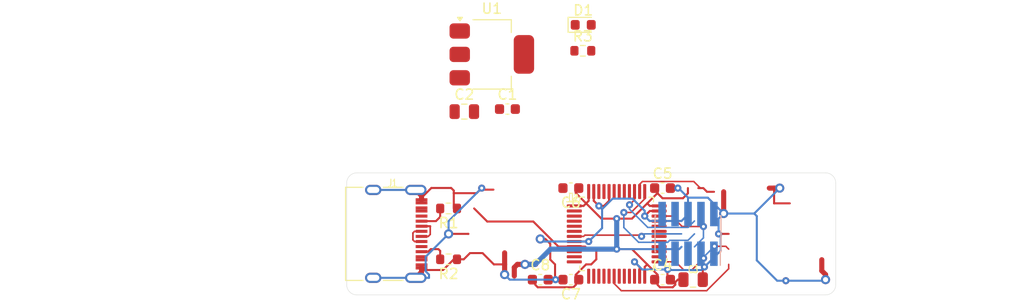
<source format=kicad_pcb>
(kicad_pcb (version 20240108) (generator "pcbnew") (generator_version "8.0")
  (layers (0 "F.Cu" signal "Front") (31 "B.Cu" signal "Back") (34 "B.Paste" user) (35 "F.Paste" user) (36 "B.SilkS" user "B.Silkscreen") (37 "F.SilkS" user "F.Silkscreen") (38 "B.Mask" user) (39 "F.Mask" user) (44 "Edge.Cuts" user))
  (net 0 "")
  (net 1 "gnd")
  (net 2 "usb.gnd")
  (net 3 "usb.conn.cc.cc1")
  (net 4 "usb.conn.cc.cc2")
  (net 5 "led.res.a")
  (net 6 "usb.pwr")
  (net 7 "reg.pwr_out")
  (net 8 "led.signal")
  (net 9 "mcu.ic.osc.xtal_out")
  (net 10 "mcu.reset_node")
  (net 11 "mcu.ic.osc.xtal_in")
  (net 12 "usb.usb.dp")
  (net 13 "usb.usb.dm")
  (net 14 "mcu.swd.tdi")
  (net 15 "v3v3")
  (net 16 "mcu.swd_node.swdio")
  (net 17 "mcu.swd_node.swclk")
  (net 18 "mcu.swd.swo")
  (footprint "Capacitor_SMD:C_0603_1608Metric" (layer "F.Cu") (at 153 52.5)
    (property "Reference" "C8" (at 0 -1.43 0) (layer "F.SilkS"))
    (property "Value" "50V 1uF X5R ±10% 0603 Multilayer Ceramic Capacitors MLCC - SMD/SMT ROHS")
    (fp_line (start -0.14058 -0.51) (end 0.14058 -0.51) (stroke (width 0.12)) (layer "F.SilkS"))
    (fp_line (start -0.14058 0.51) (end 0.14058 0.51) (stroke (width 0.12)) (layer "F.SilkS"))
    (pad "1" smd roundrect (at -0.775 0) (size 0.9 0.95) (layers "F.Cu" "F.Paste" "F.Mask") (net 7 "reg.pwr_out"))
    (pad "2" smd roundrect (at 0.775 0) (size 0.9 0.95) (layers "F.Cu" "F.Paste" "F.Mask") (net 2 "usb.gnd"))
  )
  (footprint "LED_SMD:LED_0603_1608Metric" (layer "F.Cu") (at 157.215 27.45)
    (property "Reference" "D1" (at 0 -1.43 0) (layer "F.SilkS"))
    (property "Value" "Red 615~630nm 1.9~2.2V 0603 Light Emitting Diodes (LED) RoHS")
    (fp_line (start -1.485 -0.735) (end -1.485 0.735) (stroke (width 0.12)) (layer "F.SilkS"))
    (fp_line (start -1.485 0.735) (end 0.8 0.735) (stroke (width 0.12)) (layer "F.SilkS"))
    (fp_line (start 0.8 -0.735) (end -1.485 -0.735) (stroke (width 0.12)) (layer "F.SilkS"))
    (pad "1" smd roundrect (at -0.7875 0) (size 0.875 0.95) (layers "F.Cu" "F.Paste" "F.Mask") (net 5 "led.res.a"))
    (pad "2" smd roundrect (at 0.7875 0) (size 0.875 0.95) (layers "F.Cu" "F.Paste" "F.Mask") (net 8 "led.signal"))
  )
  (footprint "Connector_USB:USB_C_Receptacle_XKB_U262-16XN-4BVC11" (layer "F.Cu") (at 137.675 48 -90)
    (property "Reference" "J1" (at -5 -0.825 180) (layer "F.SilkS") (effects (font (size 0.7 0.5) (thickness 0.1))))
    (property "Value" "COM-15111")
    (fp_line (start -4.58 3.785) (end -4.58 2.08) (stroke (width 0.12)) (layer "F.SilkS"))
    (fp_line (start 4.58 3.785) (end -4.58 3.785) (stroke (width 0.12)) (layer "F.SilkS"))
    (fp_line (start 4.58 2.08) (end 4.58 3.785) (stroke (width 0.12)) (layer "F.SilkS"))
    (fp_line (start 4.58 0.07) (end 4.58 -1.85) (stroke (width 0.12)) (layer "F.SilkS"))
    (fp_line (start -4.58 -1.85) (end -4.58 0.07) (stroke (width 0.12)) (layer "F.SilkS"))
    (pad "" np_thru_hole circle (at -2.89 -2.605 270) (size 0.65 0.65) (drill 0.65) (layers "*.Cu" "*.Mask"))
    (pad "" np_thru_hole circle (at 2.89 -2.605 270) (size 0.65 0.65) (drill 0.65) (layers "*.Cu" "*.Mask"))
    (pad "A1" smd rect (at -3.35 -3.67 270) (size 0.3 1.15) (layers "F.Cu" "F.Paste" "F.Mask") (net 2 "usb.gnd"))
    (pad "A4" smd rect (at -2.55 -3.67 270) (size 0.3 1.15) (layers "F.Cu" "F.Paste" "F.Mask") (net 6 "usb.pwr"))
    (pad "A5" smd rect (at -1.25 -3.67 270) (size 0.3 1.15) (layers "F.Cu" "F.Paste" "F.Mask") (net 3 "usb.conn.cc.cc1"))
    (pad "A6" smd rect (at -0.25 -3.67 270) (size 0.3 1.15) (layers "F.Cu" "F.Paste" "F.Mask") (net 12 "usb.usb.dp"))
    (pad "A7" smd rect (at 0.25 -3.67 270) (size 0.3 1.15) (layers "F.Cu" "F.Paste" "F.Mask") (net 13 "usb.usb.dm"))
    (pad "A8" smd rect (at 1.25 -3.67 270) (size 0.3 1.15) (layers "F.Cu" "F.Paste" "F.Mask"))
    (pad "A9" smd rect (at 2.55 -3.67 270) (size 0.3 1.15) (layers "F.Cu" "F.Paste" "F.Mask") (net 6 "usb.pwr"))
    (pad "A12" smd rect (at 3.35 -3.67 270) (size 0.3 1.15) (layers "F.Cu" "F.Paste" "F.Mask") (net 2 "usb.gnd"))
    (pad "B1" smd rect (at 3.05 -3.67 270) (size 0.3 1.15) (layers "F.Cu" "F.Paste" "F.Mask") (net 2 "usb.gnd"))
    (pad "B4" smd rect (at 2.25 -3.67 270) (size 0.3 1.15) (layers "F.Cu" "F.Paste" "F.Mask") (net 6 "usb.pwr"))
    (pad "B5" smd rect (at 1.75 -3.67 270) (size 0.3 1.15) (layers "F.Cu" "F.Paste" "F.Mask") (net 4 "usb.conn.cc.cc2"))
    (pad "B6" smd rect (at 0.75 -3.67 270) (size 0.3 1.15) (layers "F.Cu" "F.Paste" "F.Mask") (net 12 "usb.usb.dp"))
    (pad "B7" smd rect (at -0.75 -3.67 270) (size 0.3 1.15) (layers "F.Cu" "F.Paste" "F.Mask") (net 13 "usb.usb.dm"))
    (pad "B8" smd rect (at -1.75 -3.67 270) (size 0.3 1.15) (layers "F.Cu" "F.Paste" "F.Mask"))
    (pad "B9" smd rect (at -2.25 -3.67 270) (size 0.3 1.15) (layers "F.Cu" "F.Paste" "F.Mask") (net 6 "usb.pwr"))
    (pad "B12" smd rect (at -3.05 -3.67 270) (size 0.3 1.15) (layers "F.Cu" "F.Paste" "F.Mask") (net 2 "usb.gnd"))
    (pad "S1" thru_hole oval (at -4.32 -3.105 270) (size 1 2.1) (drill oval 0.6 1.7) (layers "*.Cu" "*.Mask") (net 2 "usb.gnd"))
    (pad "S1" thru_hole oval (at -4.32 1.075 270) (size 1 1.6) (drill oval 0.6 1.2) (layers "*.Cu" "*.Mask") (net 2 "usb.gnd"))
    (pad "S1" thru_hole oval (at 4.32 -3.105 270) (size 1 2.1) (drill oval 0.6 1.7) (layers "*.Cu" "*.Mask") (net 2 "usb.gnd"))
    (pad "S1" thru_hole oval (at 4.32 1.075 270) (size 1 1.6) (drill oval 0.6 1.2) (layers "*.Cu" "*.Mask") (net 2 "usb.gnd"))
  )
  (footprint "Capacitor_SMD:C_0603_1608Metric" (layer "F.Cu") (at 156 43.5 180)
    (property "Reference" "C6" (at 0 -1.43 180) (layer "F.SilkS"))
    (property "Value" "50V 100nF X7R ±10% 0603 Multilayer Ceramic Capacitors MLCC - SMD/SMT ROHS")
    (fp_line (start -0.14058 0.51) (end 0.14058 0.51) (stroke (width 0.12)) (layer "F.SilkS"))
    (fp_line (start -0.14058 -0.51) (end 0.14058 -0.51) (stroke (width 0.12)) (layer "F.SilkS"))
    (pad "1" smd roundrect (at -0.775 0 180) (size 0.9 0.95) (layers "F.Cu" "F.Paste" "F.Mask") (net 7 "reg.pwr_out"))
    (pad "2" smd roundrect (at 0.775 0 180) (size 0.9 0.95) (layers "F.Cu" "F.Paste" "F.Mask") (net 2 "usb.gnd"))
  )
  (footprint "Capacitor_SMD:C_0805_2012Metric" (layer "F.Cu") (at 168 52.5)
    (property "Reference" "C3" (at 0 -1 0) (layer "F.SilkS") (effects (font (size 0.7 0.5) (thickness 0.1))))
    (property "Value" "25V 4.7uF X5R ±10% 0805 Multilayer Ceramic Capacitors MLCC - SMD/SMT ROHS")
    (fp_line (start -0.261252 -0.735) (end 0.261252 -0.735) (stroke (width 0.12)) (layer "F.SilkS"))
    (fp_line (start -0.261252 0.735) (end 0.261252 0.735) (stroke (width 0.12)) (layer "F.SilkS"))
    (pad "1" smd roundrect (at -0.95 0) (size 1 1.45) (layers "F.Cu" "F.Paste" "F.Mask") (net 7 "reg.pwr_out"))
    (pad "2" smd roundrect (at 0.95 0) (size 1 1.45) (layers "F.Cu" "F.Paste" "F.Mask") (net 2 "usb.gnd"))
  )
  (footprint "Package_QFP:LQFP-48_7x7mm_P0.5mm" (layer "F.Cu") (at 160.5 48)
    (property "Reference" "U2" (at -4.25 -3.5 0) (layer "F.SilkS") (effects (font (size 0.7 0.5) (thickness 0.1))))
    (property "Value" "STM32F103xxT6")
    (fp_line (start -3.61 -3.61) (end -3.61 -3.16) (stroke (width 0.12)) (layer "F.SilkS"))
    (fp_line (start -3.61 -3.16) (end -4.9 -3.16) (stroke (width 0.12)) (layer "F.SilkS"))
    (fp_line (start -3.61 3.61) (end -3.61 3.16) (stroke (width 0.12)) (layer "F.SilkS"))
    (fp_line (start -3.16 -3.61) (end -3.61 -3.61) (stroke (width 0.12)) (layer "F.SilkS"))
    (fp_line (start -3.16 3.61) (end -3.61 3.61) (stroke (width 0.12)) (layer "F.SilkS"))
    (fp_line (start 3.16 -3.61) (end 3.61 -3.61) (stroke (width 0.12)) (layer "F.SilkS"))
    (fp_line (start 3.16 3.61) (end 3.61 3.61) (stroke (width 0.12)) (layer "F.SilkS"))
    (fp_line (start 3.61 -3.61) (end 3.61 -3.16) (stroke (width 0.12)) (layer "F.SilkS"))
    (fp_line (start 3.61 3.61) (end 3.61 3.16) (stroke (width 0.12)) (layer "F.SilkS"))
    (pad "1" smd roundrect (at -4.1625 -2.75) (size 1.475 0.3) (layers "F.Cu" "F.Paste" "F.Mask") (net 7 "reg.pwr_out"))
    (pad "2" smd roundrect (at -4.1625 -2.25) (size 1.475 0.3) (layers "F.Cu" "F.Paste" "F.Mask"))
    (pad "3" smd roundrect (at -4.1625 -1.75) (size 1.475 0.3) (layers "F.Cu" "F.Paste" "F.Mask"))
    (pad "4" smd roundrect (at -4.1625 -1.25) (size 1.475 0.3) (layers "F.Cu" "F.Paste" "F.Mask"))
    (pad "5" smd roundrect (at -4.1625 -0.75) (size 1.475 0.3) (layers "F.Cu" "F.Paste" "F.Mask") (net 11 "mcu.ic.osc.xtal_in"))
    (pad "6" smd roundrect (at -4.1625 -0.25) (size 1.475 0.3) (layers "F.Cu" "F.Paste" "F.Mask") (net 9 "mcu.ic.osc.xtal_out"))
    (pad "7" smd roundrect (at -4.1625 0.25) (size 1.475 0.3) (layers "F.Cu" "F.Paste" "F.Mask") (net 10 "mcu.reset_node"))
    (pad "8" smd roundrect (at -4.1625 0.75) (size 1.475 0.3) (layers "F.Cu" "F.Paste" "F.Mask") (net 2 "usb.gnd"))
    (pad "9" smd roundrect (at -4.1625 1.25) (size 1.475 0.3) (layers "F.Cu" "F.Paste" "F.Mask") (net 7 "reg.pwr_out"))
    (pad "10" smd roundrect (at -4.1625 1.75) (size 1.475 0.3) (layers "F.Cu" "F.Paste" "F.Mask") (net 8 "led.signal"))
    (pad "11" smd roundrect (at -4.1625 2.25) (size 1.475 0.3) (layers "F.Cu" "F.Paste" "F.Mask"))
    (pad "12" smd roundrect (at -4.1625 2.75) (size 1.475 0.3) (layers "F.Cu" "F.Paste" "F.Mask"))
    (pad "13" smd roundrect (at -2.75 4.1625) (size 0.3 1.475) (layers "F.Cu" "F.Paste" "F.Mask"))
    (pad "14" smd roundrect (at -2.25 4.1625) (size 0.3 1.475) (layers "F.Cu" "F.Paste" "F.Mask"))
    (pad "15" smd roundrect (at -1.75 4.1625) (size 0.3 1.475) (layers "F.Cu" "F.Paste" "F.Mask"))
    (pad "16" smd roundrect (at -1.25 4.1625) (size 0.3 1.475) (layers "F.Cu" "F.Paste" "F.Mask"))
    (pad "17" smd roundrect (at -0.75 4.1625) (size 0.3 1.475) (layers "F.Cu" "F.Paste" "F.Mask"))
    (pad "18" smd roundrect (at -0.25 4.1625) (size 0.3 1.475) (layers "F.Cu" "F.Paste" "F.Mask"))
    (pad "19" smd roundrect (at 0.25 4.1625) (size 0.3 1.475) (layers "F.Cu" "F.Paste" "F.Mask"))
    (pad "20" smd roundrect (at 0.75 4.1625) (size 0.3 1.475) (layers "F.Cu" "F.Paste" "F.Mask"))
    (pad "21" smd roundrect (at 1.25 4.1625) (size 0.3 1.475) (layers "F.Cu" "F.Paste" "F.Mask"))
    (pad "22" smd roundrect (at 1.75 4.1625) (size 0.3 1.475) (layers "F.Cu" "F.Paste" "F.Mask"))
    (pad "23" smd roundrect (at 2.25 4.1625) (size 0.3 1.475) (layers "F.Cu" "F.Paste" "F.Mask") (net 2 "usb.gnd"))
    (pad "24" smd roundrect (at 2.75 4.1625) (size 0.3 1.475) (layers "F.Cu" "F.Paste" "F.Mask") (net 7 "reg.pwr_out"))
    (pad "25" smd roundrect (at 4.1625 2.75) (size 1.475 0.3) (layers "F.Cu" "F.Paste" "F.Mask"))
    (pad "26" smd roundrect (at 4.1625 2.25) (size 1.475 0.3) (layers "F.Cu" "F.Paste" "F.Mask"))
    (pad "27" smd roundrect (at 4.1625 1.75) (size 1.475 0.3) (layers "F.Cu" "F.Paste" "F.Mask"))
    (pad "28" smd roundrect (at 4.1625 1.25) (size 1.475 0.3) (layers "F.Cu" "F.Paste" "F.Mask"))
    (pad "29" smd roundrect (at 4.1625 0.75) (size 1.475 0.3) (layers "F.Cu" "F.Paste" "F.Mask"))
    (pad "30" smd roundrect (at 4.1625 0.25) (size 1.475 0.3) (layers "F.Cu" "F.Paste" "F.Mask"))
    (pad "31" smd roundrect (at 4.1625 -0.25) (size 1.475 0.3) (layers "F.Cu" "F.Paste" "F.Mask"))
    (pad "32" smd roundrect (at 4.1625 -0.75) (size 1.475 0.3) (layers "F.Cu" "F.Paste" "F.Mask"))
    (pad "33" smd roundrect (at 4.1625 -1.25) (size 1.475 0.3) (layers "F.Cu" "F.Paste" "F.Mask"))
    (pad "34" smd roundrect (at 4.1625 -1.75) (size 1.475 0.3) (layers "F.Cu" "F.Paste" "F.Mask") (net 16 "mcu.swd_node.swdio"))
    (pad "35" smd roundrect (at 4.1625 -2.25) (size 1.475 0.3) (layers "F.Cu" "F.Paste" "F.Mask") (net 2 "usb.gnd"))
    (pad "36" smd roundrect (at 4.1625 -2.75) (size 1.475 0.3) (layers "F.Cu" "F.Paste" "F.Mask") (net 7 "reg.pwr_out"))
    (pad "37" smd roundrect (at 2.75 -4.1625) (size 0.3 1.475) (layers "F.Cu" "F.Paste" "F.Mask") (net 17 "mcu.swd_node.swclk"))
    (pad "38" smd roundrect (at 2.25 -4.1625) (size 0.3 1.475) (layers "F.Cu" "F.Paste" "F.Mask"))
    (pad "39" smd roundrect (at 1.75 -4.1625) (size 0.3 1.475) (layers "F.Cu" "F.Paste" "F.Mask"))
    (pad "40" smd roundrect (at 1.25 -4.1625) (size 0.3 1.475) (layers "F.Cu" "F.Paste" "F.Mask"))
    (pad "41" smd roundrect (at 0.75 -4.1625) (size 0.3 1.475) (layers "F.Cu" "F.Paste" "F.Mask"))
    (pad "42" smd roundrect (at 0.25 -4.1625) (size 0.3 1.475) (layers "F.Cu" "F.Paste" "F.Mask"))
    (pad "43" smd roundrect (at -0.25 -4.1625) (size 0.3 1.475) (layers "F.Cu" "F.Paste" "F.Mask"))
    (pad "44" smd roundrect (at -0.75 -4.1625) (size 0.3 1.475) (layers "F.Cu" "F.Paste" "F.Mask") (net 2 "usb.gnd"))
    (pad "45" smd roundrect (at -1.25 -4.1625) (size 0.3 1.475) (layers "F.Cu" "F.Paste" "F.Mask"))
    (pad "46" smd roundrect (at -1.75 -4.1625) (size 0.3 1.475) (layers "F.Cu" "F.Paste" "F.Mask"))
    (pad "47" smd roundrect (at -2.25 -4.1625) (size 0.3 1.475) (layers "F.Cu" "F.Paste" "F.Mask") (net 2 "usb.gnd"))
    (pad "48" smd roundrect (at -2.75 -4.1625) (size 0.3 1.475) (layers "F.Cu" "F.Paste" "F.Mask") (net 7 "reg.pwr_out"))
  )
  (footprint "Capacitor_SMD:C_0805_2012Metric" (layer "F.Cu") (at 145.545 35.98)
    (property "Reference" "C2" (at 0 -1.68 0) (layer "F.SilkS"))
    (property "Value" "X5R 25V ±10% 10uF 0805 Multilayer Ceramic Capacitors MLCC - SMD/SMT ROHS")
    (fp_line (start -0.261252 -0.735) (end 0.261252 -0.735) (stroke (width 0.12)) (layer "F.SilkS"))
    (fp_line (start -0.261252 0.735) (end 0.261252 0.735) (stroke (width 0.12)) (layer "F.SilkS"))
    (pad "1" smd roundrect (at -0.95 0) (size 1 1.45) (layers "F.Cu" "F.Paste" "F.Mask") (net 7 "reg.pwr_out"))
    (pad "2" smd roundrect (at 0.95 0) (size 1 1.45) (layers "F.Cu" "F.Paste" "F.Mask") (net 2 "usb.gnd"))
  )
  (footprint "Package_TO_SOT_SMD:SOT-223-3_TabPin2" (layer "F.Cu") (at 148.245 30.355)
    (property "Reference" "U1" (at 0 -4.5 0) (layer "F.SilkS"))
    (property "Value" "LD1117S33TR")
    (fp_line (start -1.85 -3.41) (end 1.91 -3.41) (stroke (width 0.12)) (layer "F.SilkS"))
    (fp_line (start -1.85 3.41) (end 1.91 3.41) (stroke (width 0.12)) (layer "F.SilkS"))
    (fp_line (start 1.91 -3.41) (end 1.91 -2.15) (stroke (width 0.12)) (layer "F.SilkS"))
    (fp_line (start 1.91 3.41) (end 1.91 2.15) (stroke (width 0.12)) (layer "F.SilkS"))
    (fp_poly (pts (xy -3.13 -3.31) (xy -3.37 -3.64) (xy -2.89 -3.64) (xy -3.13 -3.31)) (stroke (width 0.12)) (fill solid) (layer "F.SilkS"))
    (pad "1" smd roundrect (at -3.15 -2.3) (size 2 1.5) (layers "F.Cu" "F.Paste" "F.Mask") (net 2 "usb.gnd"))
    (pad "2" smd roundrect (at -3.15 0) (size 2 1.5) (layers "F.Cu" "F.Paste" "F.Mask") (net 7 "reg.pwr_out"))
    (pad "2" smd roundrect (at 3.15 0) (size 2 3.8) (layers "F.Cu" "F.Paste" "F.Mask") (net 7 "reg.pwr_out"))
    (pad "3" smd roundrect (at -3.15 2.3) (size 2 1.5) (layers "F.Cu" "F.Paste" "F.Mask") (net 6 "usb.pwr"))
  )
  (footprint "Resistor_SMD:R_0603_1608Metric" (layer "F.Cu") (at 144 45.5 180)
    (property "Reference" "R1" (at 0 -1.43 180) (layer "F.SilkS"))
    (property "Value" "±1% 1/10W Thick Film Resistors 75V ±100ppm/? -55?~+155? 5.1k? 0603 Chip Resistor - Surface Mount ROHS")
    (fp_line (start -0.237258 0.5225) (end 0.237258 0.5225) (stroke (width 0.12)) (layer "F.SilkS"))
    (fp_line (start -0.237258 -0.5225) (end 0.237258 -0.5225) (stroke (width 0.12)) (layer "F.SilkS"))
    (pad "1" smd roundrect (at -0.825 0 180) (size 0.8 0.95) (layers "F.Cu" "F.Paste" "F.Mask") (net 2 "usb.gnd"))
    (pad "2" smd roundrect (at 0.825 0 180) (size 0.8 0.95) (layers "F.Cu" "F.Paste" "F.Mask") (net 3 "usb.conn.cc.cc1"))
  )
  (footprint "Capacitor_SMD:C_0603_1608Metric" (layer "F.Cu") (at 165 43.5)
    (property "Reference" "C5" (at 0 -1.43 0) (layer "F.SilkS"))
    (property "Value" "50V 100nF X7R ±10% 0603 Multilayer Ceramic Capacitors MLCC - SMD/SMT ROHS")
    (fp_line (start -0.14058 -0.51) (end 0.14058 -0.51) (stroke (width 0.12)) (layer "F.SilkS"))
    (fp_line (start -0.14058 0.51) (end 0.14058 0.51) (stroke (width 0.12)) (layer "F.SilkS"))
    (pad "1" smd roundrect (at -0.775 0) (size 0.9 0.95) (layers "F.Cu" "F.Paste" "F.Mask") (net 7 "reg.pwr_out"))
    (pad "2" smd roundrect (at 0.775 0) (size 0.9 0.95) (layers "F.Cu" "F.Paste" "F.Mask") (net 2 "usb.gnd"))
  )
  (footprint "Resistor_SMD:R_0603_1608Metric" (layer "F.Cu") (at 144 50.5 180)
    (property "Reference" "R2" (at 0 -1.43 180) (layer "F.SilkS"))
    (property "Value" "±1% 1/10W Thick Film Resistors 75V ±100ppm/? -55?~+155? 5.1k? 0603 Chip Resistor - Surface Mount ROHS")
    (fp_line (start -0.237258 0.5225) (end 0.237258 0.5225) (stroke (width 0.12)) (layer "F.SilkS"))
    (fp_line (start -0.237258 -0.5225) (end 0.237258 -0.5225) (stroke (width 0.12)) (layer "F.SilkS"))
    (pad "1" smd roundrect (at -0.825 0 180) (size 0.8 0.95) (layers "F.Cu" "F.Paste" "F.Mask") (net 2 "usb.gnd"))
    (pad "2" smd roundrect (at 0.825 0 180) (size 0.8 0.95) (layers "F.Cu" "F.Paste" "F.Mask") (net 4 "usb.conn.cc.cc2"))
  )
  (footprint "Capacitor_SMD:C_0603_1608Metric" (layer "F.Cu") (at 156 52.5 180)
    (property "Reference" "C7" (at 0 -1.43 180) (layer "F.SilkS"))
    (property "Value" "50V 10nF X7R ±10% 0603 Multilayer Ceramic Capacitors MLCC - SMD/SMT ROHS")
    (fp_line (start -0.14058 0.51) (end 0.14058 0.51) (stroke (width 0.12)) (layer "F.SilkS"))
    (fp_line (start -0.14058 -0.51) (end 0.14058 -0.51) (stroke (width 0.12)) (layer "F.SilkS"))
    (pad "1" smd roundrect (at -0.775 0 180) (size 0.9 0.95) (layers "F.Cu" "F.Paste" "F.Mask") (net 7 "reg.pwr_out"))
    (pad "2" smd roundrect (at 0.775 0 180) (size 0.9 0.95) (layers "F.Cu" "F.Paste" "F.Mask") (net 2 "usb.gnd"))
  )
  (footprint "Capacitor_SMD:C_0603_1608Metric" (layer "F.Cu") (at 165 52.5)
    (property "Reference" "C4" (at 0 -1.43 0) (layer "F.SilkS"))
    (property "Value" "50V 100nF X7R ±10% 0603 Multilayer Ceramic Capacitors MLCC - SMD/SMT ROHS")
    (fp_line (start -0.14058 -0.51) (end 0.14058 -0.51) (stroke (width 0.12)) (layer "F.SilkS"))
    (fp_line (start -0.14058 0.51) (end 0.14058 0.51) (stroke (width 0.12)) (layer "F.SilkS"))
    (pad "1" smd roundrect (at -0.775 0) (size 0.9 0.95) (layers "F.Cu" "F.Paste" "F.Mask") (net 7 "reg.pwr_out"))
    (pad "2" smd roundrect (at 0.775 0) (size 0.9 0.95) (layers "F.Cu" "F.Paste" "F.Mask") (net 2 "usb.gnd"))
  )
  (footprint "Capacitor_SMD:C_0603_1608Metric" (layer "F.Cu") (at 149.775 35.73)
    (property "Reference" "C1" (at 0 -1.43 0) (layer "F.SilkS"))
    (property "Value" "50V 100nF X7R ±10% 0603 Multilayer Ceramic Capacitors MLCC - SMD/SMT ROHS")
    (fp_line (start -0.14058 -0.51) (end 0.14058 -0.51) (stroke (width 0.12)) (layer "F.SilkS"))
    (fp_line (start -0.14058 0.51) (end 0.14058 0.51) (stroke (width 0.12)) (layer "F.SilkS"))
    (pad "1" smd roundrect (at -0.775 0) (size 0.9 0.95) (layers "F.Cu" "F.Paste" "F.Mask") (net 6 "usb.pwr"))
    (pad "2" smd roundrect (at 0.775 0) (size 0.9 0.95) (layers "F.Cu" "F.Paste" "F.Mask") (net 2 "usb.gnd"))
  )
  (footprint "Resistor_SMD:R_0603_1608Metric" (layer "F.Cu") (at 157.175 30)
    (property "Reference" "R3" (at 0 -1.43 0) (layer "F.SilkS"))
    (property "Value" "±1% 1/10W Thick Film Resistors 75V ±100ppm/? -55?~+155? 1k? 0603 Chip Resistor - Surface Mount ROHS")
    (fp_line (start -0.237258 -0.5225) (end 0.237258 -0.5225) (stroke (width 0.12)) (layer "F.SilkS"))
    (fp_line (start -0.237258 0.5225) (end 0.237258 0.5225) (stroke (width 0.12)) (layer "F.SilkS"))
    (pad "1" smd roundrect (at -0.825 0) (size 0.8 0.95) (layers "F.Cu" "F.Paste" "F.Mask") (net 5 "led.res.a"))
    (pad "2" smd roundrect (at 0.825 0) (size 0.8 0.95) (layers "F.Cu" "F.Paste" "F.Mask") (net 2 "usb.gnd"))
  )
  (footprint "Connector_PinHeader_1.27mm:PinHeader_2x05_P1.27mm_Vertical_SMD" (layer "B.Cu") (at 167.5 48 90)
    (property "Reference" "J2" (hide yes))
    (property "Value" "PinHeader1.27 Shrouded 2x5")
    (fp_line (start 1.765 -3.235) (end -1.765 -3.235) (stroke (width 0.12)) (layer "B.SilkS"))
    (fp_line (start 1.765 -3.235) (end 1.765 -3.17) (stroke (width 0.12)) (layer "B.SilkS"))
    (fp_line (start -1.765 -3.235) (end -1.765 -3.17) (stroke (width 0.12)) (layer "B.SilkS"))
    (fp_line (start 1.765 3.17) (end 1.765 3.235) (stroke (width 0.12)) (layer "B.SilkS"))
    (fp_line (start -1.765 3.17) (end -3.09 3.17) (stroke (width 0.12)) (layer "B.SilkS"))
    (fp_line (start -1.765 3.17) (end -1.765 3.235) (stroke (width 0.12)) (layer "B.SilkS"))
    (fp_line (start 1.765 3.235) (end -1.765 3.235) (stroke (width 0.12)) (layer "B.SilkS"))
    (pad "1" smd rect (at -1.95 2.54 90) (size 2.4 0.74) (layers "B.Cu" "B.Paste" "B.Mask") (net 7 "reg.pwr_out"))
    (pad "2" smd rect (at 1.95 2.54 90) (size 2.4 0.74) (layers "B.Cu" "B.Paste" "B.Mask") (net 16 "mcu.swd_node.swdio"))
    (pad "3" smd rect (at -1.95 1.27 90) (size 2.4 0.74) (layers "B.Cu" "B.Paste" "B.Mask") (net 2 "usb.gnd"))
    (pad "4" smd rect (at 1.95 1.27 90) (size 2.4 0.74) (layers "B.Cu" "B.Paste" "B.Mask") (net 17 "mcu.swd_node.swclk"))
    (pad "5" smd rect (at -1.95 0 90) (size 2.4 0.74) (layers "B.Cu" "B.Paste" "B.Mask") (net 2 "usb.gnd"))
    (pad "6" smd rect (at 1.95 0 90) (size 2.4 0.74) (layers "B.Cu" "B.Paste" "B.Mask") (net 18 "mcu.swd.swo"))
    (pad "7" smd rect (at -1.95 -1.27 90) (size 2.4 0.74) (layers "B.Cu" "B.Paste" "B.Mask"))
    (pad "8" smd rect (at 1.95 -1.27 90) (size 2.4 0.74) (layers "B.Cu" "B.Paste" "B.Mask") (net 14 "mcu.swd.tdi"))
    (pad "9" smd rect (at -1.95 -2.54 90) (size 2.4 0.74) (layers "B.Cu" "B.Paste" "B.Mask") (net 2 "usb.gnd"))
    (pad "10" smd rect (at 1.95 -2.54 90) (size 2.4 0.74) (layers "B.Cu" "B.Paste" "B.Mask") (net 10 "mcu.reset_node"))
  )
  (gr_arc (start 134 43) (mid 134.292893 42.292893) (end 135 42) (stroke (width 0.0381)) (layer "Edge.Cuts"))
  (gr_arc (start 182 53) (mid 181.707107 53.707107) (end 181 54) (stroke (width 0.0381)) (layer "Edge.Cuts"))
  (gr_line (start 134 43) (end 134 53) (stroke (width 0.0381)) (layer "Edge.Cuts"))
  (gr_line (start 135 54) (end 181 54) (stroke (width 0.0381)) (layer "Edge.Cuts"))
  (gr_arc (start 181 42) (mid 181.707107 42.292893) (end 182 43) (stroke (width 0.0381)) (layer "Edge.Cuts"))
  (gr_line (start 181 42) (end 135 42) (stroke (width 0.0381)) (layer "Edge.Cuts"))
  (gr_line (start 182 53) (end 182 43) (stroke (width 0.0381)) (layer "Edge.Cuts"))
  (gr_arc (start 135 54) (mid 134.292893 53.707107) (end 134 53) (stroke (width 0.0381)) (layer "Edge.Cuts"))
  (segment (start 169.362 43.8625) (end 169 43.5) (width 0.2) (layer "F.Cu") (net 0))
  (segment (start 169 43.5) (end 168.7119 43.5) (width 0.2) (layer "F.Cu") (net 0))
  (segment (start 169.3313 53.5858) (end 171.49 51.4271) (width 0.15) (layer "F.Cu") (net 0))
  (segment (start 170.05 43.8625) (end 169.362 43.8625) (width 0.2) (layer "F.Cu") (net 0))
  (segment (start 168.0615 42.8496) (end 163.0266 42.8496) (width 0.15) (layer "F.Cu") (net 0))
  (segment (start 168.7119 43.5) (end 168.0615 42.8496) (width 0.15) (layer "F.Cu") (net 0))
  (segment (start 167.8744 51.5488) (end 169.0282 50.395) (width 0.15) (layer "F.Cu") (net 0))
  (segment (start 160.25 52.1625) (end 160.25 52.8848) (width 0.15) (layer "F.Cu") (net 0))
  (segment (start 163.0266 42.8496) (end 162.75 43.1262) (width 0.15) (layer "F.Cu") (net 0))
  (segment (start 166.2857 50.75) (end 167.0845 51.5488) (width 0.15) (layer "F.Cu") (net 0))
  (segment (start 162.75 43.1262) (end 162.75 43.8375) (width 0.15) (layer "F.Cu") (net 0))
  (segment (start 171.49 51.4271) (end 171.49 51) (width 0.15) (layer "F.Cu") (net 0))
  (segment (start 170.0957 49.2198) (end 171.2098 49.2198) (width 0.15) (layer "F.Cu") (net 0))
  (segment (start 164.6625 50.75) (end 166.2857 50.75) (width 0.15) (layer "F.Cu") (net 0))
  (segment (start 168.7119 43.5) (end 168.51 43.5) (width 0.2) (layer "F.Cu") (net 0))
  (segment (start 160.25 52.8848) (end 160.951 53.5858) (width 0.15) (layer "F.Cu") (net 0))
  (segment (start 160.951 53.5858) (end 169.3313 53.5858) (width 0.15) (layer "F.Cu") (net 0))
  (segment (start 167.0845 51.5488) (end 167.8744 51.5488) (width 0.15) (layer "F.Cu") (net 0))
  (segment (start 171.2098 49.2198) (end 171.49 49.5) (width 0.15) (layer "F.Cu") (net 0))
  (via (at 170.0957 49.2198) (size 0.7) (drill 0.3) (layers "F.Cu" "B.Cu") (net 0))
  (via (at 169.0282 50.395) (size 0.7) (drill 0.3) (layers "F.Cu" "B.Cu") (net 0))
  (segment (start 169.0282 50.2873) (end 169.0282 50.395) (width 0.15) (layer "B.Cu") (net 0))
  (segment (start 170.0957 49.2198) (end 169.0282 50.2873) (width 0.15) (layer "B.Cu") (net 0))
  (segment (start 141.345 51.5525) (end 141.345 51.755) (width 0.5) (layer "F.Cu") (net 1))
  (segment (start 148.4441 51) (end 147.3327 49.8886) (width 0.2) (layer "F.Cu") (net 1))
  (segment (start 141.345 44.245) (end 140.78 43.68) (width 0.5) (layer "F.Cu") (net 1))
  (segment (start 164.6625 45.75) (end 164.662 45.75) (width 0.2) (layer "F.Cu") (net 1))
  (segment (start 159.25 45.25) (end 158.75 45.25) (width 0.2) (layer "F.Cu") (net 1))
  (segment (start 165.48 52.5) (end 165.48 51.52) (width 0.2) (layer "F.Cu") (net 1))
  (segment (start 154.45 51) (end 154.45 52.45) (width 0.2) (layer "F.Cu") (net 1))
  (segment (start 142.3039 43.4886) (end 144.2544 43.4886) (width 0.2) (layer "F.Cu") (net 1))
  (segment (start 180.63 50.54) (end 180.63 51.63) (width 0.5) (layer "F.Cu") (net 1))
  (segment (start 144.2544 43.4886) (end 144.51 43.7442) (width 0.2) (layer "F.Cu") (net 1))
  (segment (start 165.48 51.52) (end 165.5 51.5) (width 0.2) (layer "F.Cu") (net 1))
  (segment (start 141.345 51.755) (end 140.78 52.32) (width 0.5) (layer "F.Cu") (net 1))
  (segment (start 163.75 45.75) (end 163.25 46.25) (width 0.2) (layer "F.Cu") (net 1))
  (segment (start 146.05 44) (end 146.75 44) (width 0.2) (layer "F.Cu") (net 1))
  (segment (start 153.5 48.5) (end 153 48.5) (width 0.2) (layer "F.Cu") (net 1))
  (segment (start 143.4575 51.5525) (end 144.51 50.5) (width 0.2) (layer "F.Cu") (net 1))
  (segment (start 153.98 49.5) (end 153.98 48.98) (width 0.2) (layer "F.Cu") (net 1))
  (segment (start 144.51 44) (end 146.05 44) (width 0.2) (layer "F.Cu") (net 1))
  (segment (start 141.345 44.4475) (end 142.3039 43.4886) (width 0.2) (layer "F.Cu") (net 1))
  (segment (start 149.5 51) (end 148.4441 51) (width 0.2) (layer "F.Cu") (net 1))
  (segment (start 146.1014 49.8886) (end 145.49 50.5) (width 0.2) (layer "F.Cu") (net 1))
  (segment (start 155.52 52.5) (end 154.5 52.5) (width 0.2) (layer "F.Cu") (net 1))
  (segment (start 175.95 45) (end 175.95 43.5) (width 0.2) (layer "F.Cu") (net 1))
  (segment (start 153.48 52.5) (end 154.5 52.5) (width 0.2) (layer "F.Cu") (net 1))
  (segment (start 141.345 51.5525) (end 143.4575 51.5525) (width 0.2) (layer "F.Cu") (net 1))
  (segment (start 158.25 43.8375) (end 158.25 44.75) (width 0.2) (layer "F.Cu") (net 1))
  (segment (start 168.95 51.414) (end 169.113 51.251) (width 0.2) (layer "F.Cu") (net 1))
  (segment (start 146.75 44) (end 147.25 43.5) (width 0.2) (layer "F.Cu") (net 1))
  (segment (start 141.345 44.95) (end 141.345 44.65) (width 0.2) (layer "F.Cu") (net 1))
  (segment (start 154.45 52.45) (end 154.5 52.5) (width 0.2) (layer "F.Cu") (net 1))
  (segment (start 156.338 48.75) (end 157.75 48.75) (width 0.2) (layer "F.Cu") (net 1))
  (segment (start 141.345 51.35) (end 141.345 51.5525) (width 0.5) (layer "F.Cu") (net 1))
  (segment (start 171 43.8625) (end 171 46) (width 0.5) (layer "F.Cu") (net 1))
  (segment (start 164.662 45.75) (end 163.75 45.75) (width 0.2) (layer "F.Cu") (net 1))
  (segment (start 175.48 43.5) (end 175.95 43.5) (width 0.5) (layer "F.Cu") (net 1))
  (segment (start 144.51 44) (end 144.51 45.5) (width 0.2) (layer "F.Cu") (net 1))
  (segment (start 141.345 44.65) (end 141.345 44.4475) (width 0.5) (layer "F.Cu") (net 1))
  (segment (start 147.3327 49.8886) (end 146.1014 49.8886) (width 0.2) (layer "F.Cu") (net 1))
  (segment (start 145.9375 48) (end 144 48) (width 0.2) (layer "F.Cu") (net 1))
  (segment (start 149.5 49.8625) (end 149.5 51) (width 0.5) (layer "F.Cu") (net 1))
  (segment (start 162.75 51.25) (end 162.25 50.75) (width 0.2) (layer "F.Cu") (net 1))
  (segment (start 141.345 51.05) (end 141.345 51.35) (width 0.2) (layer "F.Cu") (net 1))
  (segment (start 144.51 50.5) (end 145.49 50.5) (width 0.2) (layer "F.Cu") (net 1))
  (segment (start 145.938 48) (end 145.9375 48) (width 0.2) (layer "F.Cu") (net 1))
  (segment (start 154.45 51) (end 153.98 50.53) (width 0.2) (layer "F.Cu") (net 1))
  (segment (start 159.75 44.75) (end 159.25 45.25) (width 0.2) (layer "F.Cu") (net 1))
  (segment (start 149.5 51) (end 149.5 52) (width 0.5) (layer "F.Cu") (net 1))
  (segment (start 153.98 50.53) (end 153.98 49.5) (width 0.2) (layer "F.Cu") (net 1))
  (segment (start 180.63 51.63) (end 181 52) (width 0.5) (layer "F.Cu") (net 1))
  (segment (start 181 52) (end 181 52.5) (width 0.5) (layer "F.Cu") (net 1))
  (segment (start 159.75 43.8375) (end 159.75 44.75) (width 0.2) (layer "F.Cu") (net 1))
  (segment (start 153.98 48.98) (end 153.5 48.5) (width 0.2) (layer "F.Cu") (net 1))
  (segment (start 175.95 43.5) (end 176.5 43.5) (width 0.5) (layer "F.Cu") (net 1))
  (segment (start 141.345 44.4475) (end 141.345 44.245) (width 0.5) (layer "F.Cu") (net 1))
  (segment (start 156.338 48.75) (end 156.3375 48.75) (width 0.2) (layer "F.Cu") (net 1))
  (segment (start 168.95 52.5) (end 168.95 51.414) (width 0.2) (layer "F.Cu") (net 1))
  (segment (start 175.95 45) (end 177.49 45) (width 0.2) (layer "F.Cu") (net 1))
  (segment (start 147.4 43.65) (end 147.25 43.5) (width 0.2) (layer "F.Cu") (net 1))
  (segment (start 148.4 43.65) (end 147.4 43.65) (width 0.2) (layer "F.Cu") (net 1))
  (segment (start 162.75 52.1625) (end 162.75 51.25) (width 0.2) (layer "F.Cu") (net 1))
  (segment (start 166.5 43.5) (end 165.48 43.5) (width 0.2) (layer "F.Cu") (net 1))
  (segment (start 158.25 44.75) (end 158.75 45.25) (width 0.2) (layer "F.Cu") (net 1))
  (segment (start 171.49 48) (end 170.5 48) (width 0.2) (layer "F.Cu") (net 1))
  (segment (start 144.51 43.7442) (end 144.51 44) (width 0.2) (layer "F.Cu") (net 1))
  (via (at 166.5 43.5) (size 0.7) (drill 0.3) (layers "F.Cu" "B.Cu") (net 1))
  (via (at 170.5 48) (size 0.7) (drill 0.3) (layers "F.Cu" "B.Cu") (net 1))
  (via (at 162.25 50.75) (size 0.7) (drill 0.3) (layers "F.Cu" "B.Cu") (net 1))
  (via (at 176.5 43.5) (size 0.9) (drill 0.5) (layers "F.Cu" "B.Cu") (net 1))
  (via (at 154.5 52.5) (size 0.7) (drill 0.3) (layers "F.Cu" "B.Cu") (net 1))
  (via (at 181 52.5) (size 0.9) (drill 0.5) (layers "F.Cu" "B.Cu") (net 1))
  (via (at 165.5 51.5) (size 0.7) (drill 0.3) (layers "F.Cu" "B.Cu") (net 1))
  (via (at 144 48) (size 0.9) (drill 0.5) (layers "F.Cu" "B.Cu") (net 1))
  (via (at 169.113 51.251) (size 0.7) (drill 0.3) (layers "F.Cu" "B.Cu") (net 1))
  (via (at 158.75 45.25) (size 0.7) (drill 0.3) (layers "F.Cu" "B.Cu") (net 1))
  (via (at 153 48.5) (size 0.9) (drill 0.5) (layers "F.Cu" "B.Cu") (net 1))
  (via (at 147.25 43.5) (size 0.7) (drill 0.3) (layers "F.Cu" "B.Cu") (net 1))
  (via (at 163.25 46.25) (size 0.7) (drill 0.3) (layers "F.Cu" "B.Cu") (net 1))
  (via (at 177.1019 52.6048) (size 0.7) (drill 0.3) (layers "F.Cu" "B.Cu") (net 1))
  (via (at 149.5 52) (size 0.9) (drill 0.5) (layers "F.Cu" "B.Cu") (net 1))
  (via (at 171 46) (size 0.9) (drill 0.5) (layers "F.Cu" "B.Cu") (net 1))
  (via (at 157.75 48.75) (size 0.7) (drill 0.3) (layers "F.Cu" "B.Cu") (net 1))
  (segment (start 176.2505 52.6048) (end 174.2508 50.6051) (width 0.2) (layer "B.Cu") (net 1))
  (segment (start 141.7505 50.2495) (end 141.7505 51.6797) (width 0.2) (layer "B.Cu") (net 1))
  (segment (start 167.5 44.4375) (end 166.5625 43.5) (width 0.2) (layer "B.Cu") (net 1))
  (segment (start 166.865 46.73) (end 167.5 46.095) (width 0.2) (layer "B.Cu") (net 1))
  (segment (start 165.5 51.5) (end 165.5551 51.5551) (width 0.2) (layer "B.Cu") (net 1))
  (segment (start 174.2508 46.2508) (end 174 46) (width 0.2) (layer "B.Cu") (net 1))
  (segment (start 159.0675 47.4325) (end 159.0675 45.5675) (width 0.2) (layer "B.Cu") (net 1))
  (segment (start 169.4375 44.4375) (end 171 46) (width 0.2) (layer "B.Cu") (net 1))
  (segment (start 163 51.5) (end 162.25 50.75) (width 0.2) (layer "B.Cu") (net 1))
  (segment (start 181 52.5) (end 180.8952 52.6048) (width 0.2) (layer "B.Cu") (net 1))
  (segment (start 176.5 43.5) (end 174 46) (width 0.2) (layer "B.Cu") (net 1))
  (segment (start 163.25 46.25) (end 163.25 45.7348) (width 0.2) (layer "B.Cu") (net 1))
  (segment (start 141.7505 51.6797) (end 142.0801 52.0093) (width 0.2) (layer "B.Cu") (net 1))
  (segment (start 174 46) (end 171 46) (width 0.2) (layer "B.Cu") (net 1))
  (segment (start 140.78 52.32) (end 142.0801 52.32) (width 0.2) (layer "B.Cu") (net 1))
  (segment (start 162.0507 44.5355) (end 160.0995 44.5355) (width 0.2) (layer "B.Cu") (net 1))
  (segment (start 165.5 51.5) (end 163 51.5) (width 0.2) (layer "B.Cu") (net 1))
  (segment (start 180.8952 52.6048) (end 177.1019 52.6048) (width 0.2) (layer "B.Cu") (net 1))
  (segment (start 177.1019 52.6048) (end 176.2505 52.6048) (width 0.2) (layer "B.Cu") (net 1))
  (segment (start 157.75 48.75) (end 153.25 48.75) (width 0.2) (layer "B.Cu") (net 1))
  (segment (start 166.5625 43.5) (end 166.5 43.5) (width 0.2) (layer "B.Cu") (net 1))
  (segment (start 157.75 48.75) (end 159.0675 47.4325) (width 0.2) (layer "B.Cu") (net 1))
  (segment (start 140.78 43.68) (end 136.6 43.68) (width 0.2) (layer "B.Cu") (net 1))
  (segment (start 150 52.5) (end 149.5 52) (width 0.2) (layer "B.Cu") (net 1))
  (segment (start 136.6 52.32) (end 140.78 52.32) (width 0.2) (layer "B.Cu") (net 1))
  (segment (start 168.8089 51.5551) (end 169.113 51.251) (width 0.2) (layer "B.Cu") (net 1))
  (segment (start 147.25 43.5) (end 144 46.75) (width 0.2) (layer "B.Cu") (net 1))
  (segment (start 166.865 46.73) (end 163.73 46.73) (width 0.2) (layer "B.Cu") (net 1))
  (segment (start 174.2508 50.6051) (end 174.2508 46.2508) (width 0.2) (layer "B.Cu") (net 1))
  (segment (start 167.5 44.4375) (end 169.4375 44.4375) (width 0.2) (layer "B.Cu") (net 1))
  (segment (start 160.0995 44.5355) (end 159.0675 45.5675) (width 0.2) (layer "B.Cu") (net 1))
  (segment (start 170.5 46.5) (end 170.5 48) (width 0.2) (layer "B.Cu") (net 1))
  (segment (start 165.5551 51.5551) (end 168.8089 51.5551) (width 0.2) (layer "B.Cu") (net 1))
  (segment (start 163.73 46.73) (end 163.25 46.25) (width 0.2) (layer "B.Cu") (net 1))
  (segment (start 144 48) (end 141.7505 50.2495) (width 0.2) (layer "B.Cu") (net 1))
  (segment (start 159.0675 45.5675) (end 158.75 45.25) (width 0.2) (layer "B.Cu") (net 1))
  (segment (start 170.7108 49.6532) (end 170.7108 48.2108) (width 0.2) (layer "B.Cu") (net 1))
  (segment (start 153.25 48.75) (end 153 48.5) (width 0.2) (layer "B.Cu") (net 1))
  (segment (start 169.113 51.251) (end 170.7108 49.6532) (width 0.2) (layer "B.Cu") (net 1))
  (segment (start 142.0801 52.0093) (end 142.0801 52.32) (width 0.2) (layer "B.Cu") (net 1))
  (segment (start 171 46) (end 170.5 46.5) (width 0.2) (layer "B.Cu") (net 1))
  (segment (start 163.25 45.7348) (end 162.0507 44.5355) (width 0.2) (layer "B.Cu") (net 1))
  (segment (start 167.5 46.095) (end 167.5 44.4375) (width 0.2) (layer "B.Cu") (net 1))
  (segment (start 154.5 52.5) (end 150 52.5) (width 0.2) (layer "B.Cu") (net 1))
  (segment (start 144 46.75) (end 144 48) (width 0.2) (layer "B.Cu") (net 1))
  (segment (start 170.7108 48.2108) (end 170.5 48) (width 0.2) (layer "B.Cu") (net 1))
  (segment (start 143.175 46.33) (end 142.755 46.75) (width 0.2) (layer "F.Cu") (net 3))
  (segment (start 142.755 46.75) (end 141.345 46.75) (width 0.2) (layer "F.Cu") (net 3))
  (segment (start 143.175 45.5) (end 143.175 46.33) (width 0.2) (layer "F.Cu") (net 3))
  (segment (start 143 49.5) (end 143.175 49.675) (width 0.2) (layer "F.Cu") (net 4))
  (segment (start 142 49.75) (end 142.25 49.5) (width 0.2) (layer "F.Cu") (net 4))
  (segment (start 142.25 49.5) (end 143 49.5) (width 0.2) (layer "F.Cu") (net 4))
  (segment (start 141.345 49.75) (end 142 49.75) (width 0.2) (layer "F.Cu") (net 4))
  (segment (start 143.175 49.675) (end 143.175 50.5) (width 0.2) (layer "F.Cu") (net 4))
  (segment (start 157.25 48.25) (end 156.3375 48.25) (width 0.15) (layer "F.Cu") (net 10))
  (segment (start 157.3745 48.1255) (end 157.25 48.25) (width 0.15) (layer "F.Cu") (net 10))
  (segment (start 162.9414 48.2437) (end 162.8232 48.1255) (width 0.15) (layer "F.Cu") (net 10))
  (segment (start 162.8232 48.1255) (end 157.3745 48.1255) (width 0.15) (layer "F.Cu") (net 10))
  (via (at 162.9414 48.2437) (size 0.7) (drill 0.3) (layers "F.Cu" "B.Cu") (net 10))
  (segment (start 162.9414 48.2437) (end 163.1851 48) (width 0.15) (layer "B.Cu") (net 10))
  (segment (start 163.1851 48) (end 166.865 48) (width 0.15) (layer "B.Cu") (net 10))
  (segment (start 140.66 47.75) (end 141.345 47.75) (width 0.16) (layer "F.Cu") (net 12))
  (segment (start 141.67 48.75) (end 141.345 48.75) (width 0.16) (layer "F.Cu") (net 12))
  (segment (start 140.5 48.59) (end 140.5 47.91) (width 0.16) (layer "F.Cu") (net 12))
  (segment (start 140.66 48.75) (end 140.5 48.59) (width 0.16) (layer "F.Cu") (net 12))
  (segment (start 140.5 47.91) (end 140.66 47.75) (width 0.16) (layer "F.Cu") (net 12))
  (segment (start 141.345 48.75) (end 140.66 48.75) (width 0.16) (layer "F.Cu") (net 12))
  (segment (start 141.67 47.25) (end 141.345 47.25) (width 0.15) (layer "F.Cu") (net 13))
  (segment (start 141.67 47.25) (end 141.935 47.25) (width 0.16) (layer "F.Cu") (net 13))
  (segment (start 141.67 48.25) (end 142 48.25) (width 0.16) (layer "F.Cu") (net 13))
  (segment (start 141.67 47.25) (end 141.935 47.25) (width 0.2) (layer "F.Cu") (net 13))
  (segment (start 141.935 47.25) (end 142.2 47.25) (width 0.2) (layer "F.Cu") (net 13))
  (segment (start 141.935 47.25) (end 142.2 47.25) (width 0.16) (layer "F.Cu") (net 13))
  (segment (start 142.2 48.05) (end 142.2 47.25) (width 0.16) (layer "F.Cu") (net 13))
  (segment (start 142 48.25) (end 142.2 48.05) (width 0.16) (layer "F.Cu") (net 13))
  (segment (start 141.67 48.25) (end 141.345 48.25) (width 0.15) (layer "F.Cu") (net 13))
  (segment (start 157.75 44.75) (end 157.75 43.8375) (width 0.2) (layer "F.Cu") (net 15))
  (segment (start 152.52 53.02) (end 152.75 53.25) (width 0.2) (layer "F.Cu") (net 15))
  (segment (start 156.48 52.5) (end 156.48 52.02) (width 0.2) (layer "F.Cu") (net 15))
  (segment (start 156.48 52.02) (end 157.5 51) (width 0.2) (layer "F.Cu") (net 15))
  (segment (start 163.75 45.25) (end 163.5 45) (width 0.2) (layer "F.Cu") (net 15))
  (segment (start 158.5 50.5) (end 158.5 49.5) (width 0.2) (layer "F.Cu") (net 15))
  (segment (start 152.75 53.25) (end 156.25 53.25) (width 0.2) (layer "F.Cu") (net 15))
  (segment (start 166.25 53) (end 166 53.25) (width 0.2) (layer "F.Cu") (net 15))
  (segment (start 160.5 46.5) (end 159 46.5) (width 0.2) (layer "F.Cu") (net 15))
  (segment (start 164.52 43.98) (end 163.5 45) (width 0.2) (layer "F.Cu") (net 15))
  (segment (start 156.48 53.02) (end 156.48 52.5) (width 0.2) (layer "F.Cu") (net 15))
  (segment (start 157.5 51) (end 158 51) (width 0.2) (layer "F.Cu") (net 15))
  (segment (start 160.5 49.5) (end 158.5 49.5) (width 0.2) (layer "F.Cu") (net 15))
  (segment (start 158.5 49.5) (end 157.651 49.5) (width 0.2) (layer "F.Cu") (net 15))
  (segment (start 154.777 49.25) (end 156.3375 49.25) (width 0.2) (layer "F.Cu") (net 15))
  (segment (start 166.25 52.75) (end 166.25 53) (width 0.2) (layer "F.Cu") (net 15))
  (segment (start 164.52 43.5) (end 164.52 43.98) (width 0.2) (layer "F.Cu") (net 15))
  (segment (start 156.338 45.25) (end 156.3375 45.25) (width 0.2) (layer "F.Cu") (net 15))
  (segment (start 157.651 49.5) (end 157.401 49.25) (width 0.2) (layer "F.Cu") (net 15))
  (segment (start 157.5 45) (end 156.48 43.98) (width 0.2) (layer "F.Cu") (net 15))
  (segment (start 164.52 53.02) (end 164.52 52.5) (width 0.2) (layer "F.Cu") (net 15))
  (segment (start 156.25 53.25) (end 156.48 53.02) (width 0.2) (layer "F.Cu") (net 15))
  (segment (start 166 53.25) (end 164.75 53.25) (width 0.2) (layer "F.Cu") (net 15))
  (segment (start 166.5 52.5) (end 166.25 52.75) (width 0.2) (layer "F.Cu") (net 15))
  (segment (start 167.05 52.5) (end 166.5 52.5) (width 0.2) (layer "F.Cu") (net 15))
  (segment (start 147.7962 46.7862) (end 152.3132 46.7862) (width 0.2) (layer "F.Cu") (net 15))
  (segment (start 164.662 45.25) (end 163.75 45.25) (width 0.2) (layer "F.Cu") (net 15))
  (segment (start 167.49 44.01) (end 167.49 43.5) (width 0.2) (layer "F.Cu") (net 15))
  (segment (start 162 49.5) (end 163.5 51) (width 0.2) (layer "F.Cu") (net 15))
  (segment (start 164.52 52.02) (end 164.52 52.5) (width 0.2) (layer "F.Cu") (net 15))
  (segment (start 152.55 51) (end 151.5 51) (width 0.5) (layer "F.Cu") (net 15))
  (segment (start 163.25 52.1625) (end 163.25 51.25) (width 0.2) (layer "F.Cu") (net 15))
  (segment (start 146.51 45.5) (end 147.7962 46.7862) (width 0.2) (layer "F.Cu") (net 15))
  (segment (start 152.3132 46.7862) (end 154.777 49.25) (width 0.2) (layer "F.Cu") (net 15))
  (segment (start 163.25 51.25) (end 163.5 51) (width 0.2) (layer "F.Cu") (net 15))
  (segment (start 160.5 46.5) (end 162 46.5) (width 0.2) (layer "F.Cu") (net 15))
  (segment (start 150.45 51.3) (end 150.75 51) (width 0.5) (layer "F.Cu") (net 15))
  (segment (start 156.48 43.98) (end 156.48 43.5) (width 0.2) (layer "F.Cu") (net 15))
  (segment (start 152.52 52.5) (end 152.52 53.02) (width 0.2) (layer "F.Cu") (net 15))
  (segment (start 164.75 53.25) (end 164.52 53.02) (width 0.2) (layer "F.Cu") (net 15))
  (segment (start 164.52 43.98) (end 164.52 44.02) (width 0.2) (layer "F.Cu") (net 15))
  (segment (start 164.52 44.02) (end 165 44.5) (width 0.2) (layer "F.Cu") (net 15))
  (segment (start 150.75 51) (end 151.5 51) (width 0.5) (layer "F.Cu") (net 15))
  (segment (start 157.25 45.25) (end 157.5 45) (width 0.2) (layer "F.Cu") (net 15))
  (segment (start 156.338 45.25) (end 157.25 45.25) (width 0.2) (layer "F.Cu") (net 15))
  (segment (start 156.338 49.25) (end 156.3375 49.25) (width 0.2) (layer "F.Cu") (net 15))
  (segment (start 157.5 45) (end 157.75 44.75) (width 0.2) (layer "F.Cu") (net 15))
  (segment (start 160.5 49.5) (end 162 49.5) (width 0.2) (layer "F.Cu") (net 15))
  (segment (start 164.662 45.25) (end 164.6625 45.25) (width 0.2) (layer "F.Cu") (net 15))
  (segment (start 163.5 51) (end 164.52 52.02) (width 0.2) (layer "F.Cu") (net 15))
  (segment (start 158 51) (end 158.5 50.5) (width 0.2) (layer "F.Cu") (net 15))
  (segment (start 157.401 49.25) (end 156.338 49.25) (width 0.2) (layer "F.Cu") (net 15))
  (segment (start 162 46.5) (end 163.5 45) (width 0.2) (layer "F.Cu") (net 15))
  (segment (start 167 44.5) (end 167.49 44.01) (width 0.2) (layer "F.Cu") (net 15))
  (segment (start 150.45 52.1375) (end 150.45 51.3) (width 0.5) (layer "F.Cu") (net 15))
  (segment (start 165 44.5) (end 167 44.5) (width 0.2) (layer "F.Cu") (net 15))
  (segment (start 159 46.5) (end 157.5 45) (width 0.2) (layer "F.Cu") (net 15))
  (via (at 160.5 46.5) (size 0.7) (drill 0.3) (layers "F.Cu" "B.Cu") (net 15))
  (via (at 151.5 51) (size 0.9) (drill 0.5) (layers "F.Cu" "B.Cu") (net 15))
  (via (at 160.5 49.5) (size 0.7) (drill 0.3) (layers "F.Cu" "B.Cu") (net 15))
  (segment (start 151.5 51) (end 152.5 51) (width 0.5) (layer "B.Cu") (net 15))
  (segment (start 160.5 49.5) (end 166.635 49.5) (width 0.2) (layer "B.Cu") (net 15))
  (segment (start 160.5 46.5) (end 160.5 49.5) (width 0.5) (layer "B.Cu") (net 15))
  (segment (start 152.5 51) (end 154 49.5) (width 0.5) (layer "B.Cu") (net 15))
  (segment (start 154 49.5) (end 160.5 49.5) (width 0.5) (layer "B.Cu") (net 15))
  (segment (start 166.635 49.5) (end 166.865 49.27) (width 0.2) (layer "B.Cu") (net 15))
  (segment (start 169.0153 47.2768) (end 166.9227 47.2768) (width 0.15) (layer "F.Cu") (net 16))
  (segment (start 166.9227 47.2768) (end 165.8959 46.25) (width 0.15) (layer "F.Cu") (net 16))
  (segment (start 165.8959 46.25) (end 164.6625 46.25) (width 0.15) (layer "F.Cu") (net 16))
  (via (at 169.0153 47.2768) (size 0.7) (drill 0.3) (layers "F.Cu" "B.Cu") (net 16))
  (segment (start 168.135 49.27) (end 169.0153 48.3897) (width 0.15) (layer "B.Cu") (net 16))
  (segment (start 169.0153 48.3897) (end 169.0153 47.2768) (width 0.15) (layer "B.Cu") (net 16))
  (segment (start 163.25 44.555) (end 161.9074 45.8976) (width 0.15) (layer "F.Cu") (net 17))
  (segment (start 163.25 43.8375) (end 163.25 44.555) (width 0.15) (layer "F.Cu") (net 17))
  (segment (start 161.9074 45.8976) (end 161.2022 45.8976) (width 0.15) (layer "F.Cu") (net 17))
  (via (at 161.2022 45.8976) (size 0.7) (drill 0.3) (layers "F.Cu" "B.Cu") (net 17))
  (segment (start 167.5 48.635) (end 165.6999 48.635) (width 0.15) (layer "B.Cu") (net 17))
  (segment (start 162.6548 48.8296) (end 161.2022 47.377) (width 0.15) (layer "B.Cu") (net 17))
  (segment (start 165.6999 48.635) (end 165.5053 48.8296) (width 0.15) (layer "B.Cu") (net 17))
  (segment (start 168.135 48) (end 167.5 48.635) (width 0.15) (layer "B.Cu") (net 17))
  (segment (start 165.5053 48.8296) (end 162.6548 48.8296) (width 0.15) (layer "B.Cu") (net 17))
  (segment (start 161.2022 47.377) (end 161.2022 45.8976) (width 0.15) (layer "B.Cu") (net 17))
  (segment (start 161.7598 45.1416) (end 162.25 44.6514) (width 0.15) (layer "F.Cu") (net 18))
  (segment (start 162.25 44.6514) (end 162.25 43.8375) (width 0.15) (layer "F.Cu") (net 18))
  (via (at 161.7598 45.1416) (size 0.7) (drill 0.3) (layers "F.Cu" "B.Cu") (net 18))
  (segment (start 163.5503 47.365) (end 161.7598 45.5745) (width 0.15) (layer "B.Cu") (net 18))
  (segment (start 167.5 47.365) (end 163.5503 47.365) (width 0.15) (layer "B.Cu") (net 18))
  (segment (start 168.135 46.73) (end 167.5 47.365) (width 0.15) (layer "B.Cu") (net 18))
  (segment (start 161.7598 45.5745) (end 161.7598 45.1416) (width 0.15) (layer "B.Cu") (net 18))
)
</source>
